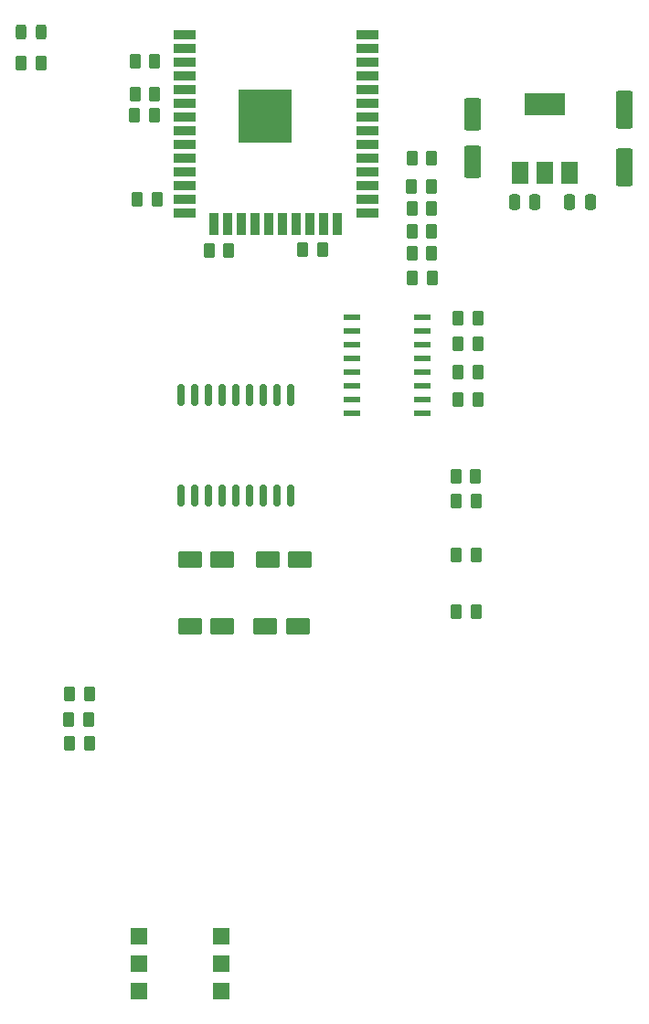
<source format=gbr>
%TF.GenerationSoftware,KiCad,Pcbnew,6.99.0-unknown-f8b157a1fb~149~ubuntu22.04.1*%
%TF.CreationDate,2022-08-25T07:22:00+02:00*%
%TF.ProjectId,in_out,696e5f6f-7574-42e6-9b69-6361645f7063,rev?*%
%TF.SameCoordinates,Original*%
%TF.FileFunction,Paste,Top*%
%TF.FilePolarity,Positive*%
%FSLAX46Y46*%
G04 Gerber Fmt 4.6, Leading zero omitted, Abs format (unit mm)*
G04 Created by KiCad (PCBNEW 6.99.0-unknown-f8b157a1fb~149~ubuntu22.04.1) date 2022-08-25 07:22:00*
%MOMM*%
%LPD*%
G01*
G04 APERTURE LIST*
G04 Aperture macros list*
%AMRoundRect*
0 Rectangle with rounded corners*
0 $1 Rounding radius*
0 $2 $3 $4 $5 $6 $7 $8 $9 X,Y pos of 4 corners*
0 Add a 4 corners polygon primitive as box body*
4,1,4,$2,$3,$4,$5,$6,$7,$8,$9,$2,$3,0*
0 Add four circle primitives for the rounded corners*
1,1,$1+$1,$2,$3*
1,1,$1+$1,$4,$5*
1,1,$1+$1,$6,$7*
1,1,$1+$1,$8,$9*
0 Add four rect primitives between the rounded corners*
20,1,$1+$1,$2,$3,$4,$5,0*
20,1,$1+$1,$4,$5,$6,$7,0*
20,1,$1+$1,$6,$7,$8,$9,0*
20,1,$1+$1,$8,$9,$2,$3,0*%
G04 Aperture macros list end*
%ADD10RoundRect,0.250000X-0.262500X-0.450000X0.262500X-0.450000X0.262500X0.450000X-0.262500X0.450000X0*%
%ADD11RoundRect,0.250000X0.850000X0.550000X-0.850000X0.550000X-0.850000X-0.550000X0.850000X-0.550000X0*%
%ADD12RoundRect,0.250000X0.250000X0.475000X-0.250000X0.475000X-0.250000X-0.475000X0.250000X-0.475000X0*%
%ADD13R,1.500000X2.000000*%
%ADD14R,3.800000X2.000000*%
%ADD15RoundRect,0.243750X-0.243750X-0.456250X0.243750X-0.456250X0.243750X0.456250X-0.243750X0.456250X0*%
%ADD16RoundRect,0.250000X0.262500X0.450000X-0.262500X0.450000X-0.262500X-0.450000X0.262500X-0.450000X0*%
%ADD17RoundRect,0.150000X-0.150000X0.875000X-0.150000X-0.875000X0.150000X-0.875000X0.150000X0.875000X0*%
%ADD18RoundRect,0.250000X0.550000X-1.500000X0.550000X1.500000X-0.550000X1.500000X-0.550000X-1.500000X0*%
%ADD19RoundRect,0.250000X-0.550000X1.250000X-0.550000X-1.250000X0.550000X-1.250000X0.550000X1.250000X0*%
%ADD20R,1.600000X1.600000*%
%ADD21RoundRect,0.250000X-0.250000X-0.475000X0.250000X-0.475000X0.250000X0.475000X-0.250000X0.475000X0*%
%ADD22RoundRect,0.137500X0.662500X0.137500X-0.662500X0.137500X-0.662500X-0.137500X0.662500X-0.137500X0*%
%ADD23R,2.000000X0.900000*%
%ADD24R,0.900000X2.000000*%
%ADD25R,5.000000X5.000000*%
G04 APERTURE END LIST*
D10*
%TO.C,R13*%
X131675000Y-58900000D03*
X133500000Y-58900000D03*
%TD*%
D11*
%TO.C,C2*%
X114100000Y-97600000D03*
X111100000Y-97600000D03*
%TD*%
D12*
%TO.C,C6*%
X143063000Y-58293000D03*
X141163000Y-58293000D03*
%TD*%
D13*
%TO.C,U5*%
X141699999Y-55549999D03*
X143999999Y-55549999D03*
D14*
X143999999Y-49249999D03*
D13*
X146299999Y-55549999D03*
%TD*%
D15*
%TO.C,D1*%
X95475000Y-42500000D03*
X97350000Y-42500000D03*
%TD*%
D16*
%TO.C,R15*%
X114712500Y-62800000D03*
X112887500Y-62800000D03*
%TD*%
D11*
%TO.C,C3*%
X121300000Y-91400000D03*
X118300000Y-91400000D03*
%TD*%
D10*
%TO.C,R11*%
X106237500Y-58050000D03*
X108062500Y-58050000D03*
%TD*%
%TO.C,R20*%
X95475000Y-45450000D03*
X97300000Y-45450000D03*
%TD*%
%TO.C,R24*%
X135975000Y-71400000D03*
X137800000Y-71400000D03*
%TD*%
D17*
%TO.C,U7*%
X120480000Y-76150000D03*
X119210000Y-76150000D03*
X117940000Y-76150000D03*
X116670000Y-76150000D03*
X115400000Y-76150000D03*
X114130000Y-76150000D03*
X112860000Y-76150000D03*
X111590000Y-76150000D03*
X110320000Y-76150000D03*
X110320000Y-85450000D03*
X111590000Y-85450000D03*
X112860000Y-85450000D03*
X114130000Y-85450000D03*
X115400000Y-85450000D03*
X116670000Y-85450000D03*
X117940000Y-85450000D03*
X119210000Y-85450000D03*
X120480000Y-85450000D03*
%TD*%
D16*
%TO.C,R7*%
X101712500Y-106200000D03*
X99887500Y-106200000D03*
%TD*%
D10*
%TO.C,R27*%
X135775000Y-91000000D03*
X137600000Y-91000000D03*
%TD*%
D11*
%TO.C,C1*%
X121100000Y-97600000D03*
X118100000Y-97600000D03*
%TD*%
D16*
%TO.C,R8*%
X101825000Y-103850000D03*
X100000000Y-103850000D03*
%TD*%
D18*
%TO.C,C9*%
X151400000Y-55100000D03*
X151400000Y-49700000D03*
%TD*%
D10*
%TO.C,R28*%
X135775000Y-86000000D03*
X137600000Y-86000000D03*
%TD*%
%TO.C,R19*%
X106037500Y-45275000D03*
X107862500Y-45275000D03*
%TD*%
D16*
%TO.C,R17*%
X133487500Y-56825000D03*
X131662500Y-56825000D03*
%TD*%
%TO.C,R18*%
X133500000Y-63000000D03*
X131675000Y-63000000D03*
%TD*%
D19*
%TO.C,C5*%
X137287000Y-50124000D03*
X137287000Y-54524000D03*
%TD*%
D10*
%TO.C,R14*%
X131700000Y-54250000D03*
X133525000Y-54250000D03*
%TD*%
D16*
%TO.C,R30*%
X107850000Y-48275000D03*
X106025000Y-48275000D03*
%TD*%
D20*
%TO.C,U1*%
X106389999Y-126259999D03*
X106389999Y-128799999D03*
X106389999Y-131339999D03*
X114009999Y-131339999D03*
X114009999Y-128799999D03*
X114009999Y-126259999D03*
%TD*%
D21*
%TO.C,C7*%
X146309000Y-58293000D03*
X148209000Y-58293000D03*
%TD*%
D10*
%TO.C,R23*%
X135975000Y-74000000D03*
X137800000Y-74000000D03*
%TD*%
D22*
%TO.C,U6*%
X132650000Y-77845000D03*
X132650000Y-76575000D03*
X132650000Y-75305000D03*
X132650000Y-74035000D03*
X132650000Y-72765000D03*
X132650000Y-71495000D03*
X132650000Y-70225000D03*
X132650000Y-68955000D03*
X126150000Y-68955000D03*
X126150000Y-70225000D03*
X126150000Y-71495000D03*
X126150000Y-72765000D03*
X126150000Y-74035000D03*
X126150000Y-75305000D03*
X126150000Y-76575000D03*
X126150000Y-77845000D03*
%TD*%
D10*
%TO.C,R22*%
X131712500Y-65300000D03*
X133537500Y-65300000D03*
%TD*%
%TO.C,R26*%
X135775000Y-96200000D03*
X137600000Y-96200000D03*
%TD*%
%TO.C,R21*%
X135975000Y-76600000D03*
X137800000Y-76600000D03*
%TD*%
D16*
%TO.C,R6*%
X107837500Y-50250000D03*
X106012500Y-50250000D03*
%TD*%
D10*
%TO.C,R29*%
X135737500Y-83700000D03*
X137562500Y-83700000D03*
%TD*%
%TO.C,R12*%
X131700000Y-61000000D03*
X133525000Y-61000000D03*
%TD*%
%TO.C,R25*%
X135975000Y-69000000D03*
X137800000Y-69000000D03*
%TD*%
D11*
%TO.C,C4*%
X114100000Y-91400000D03*
X111100000Y-91400000D03*
%TD*%
D23*
%TO.C,U4*%
X110599999Y-42819999D03*
X110599999Y-44089999D03*
X110599999Y-45359999D03*
X110599999Y-46629999D03*
X110599999Y-47899999D03*
X110599999Y-49169999D03*
X110599999Y-50439999D03*
X110599999Y-51709999D03*
X110599999Y-52979999D03*
X110599999Y-54249999D03*
X110599999Y-55519999D03*
X110599999Y-56789999D03*
X110599999Y-58059999D03*
X110599999Y-59329999D03*
D24*
X113384999Y-60329999D03*
X114654999Y-60329999D03*
X115924999Y-60329999D03*
X117194999Y-60329999D03*
X118464999Y-60329999D03*
X119734999Y-60329999D03*
X121004999Y-60329999D03*
X122274999Y-60329999D03*
X123544999Y-60329999D03*
X124814999Y-60329999D03*
D23*
X127599999Y-59329999D03*
X127599999Y-58059999D03*
X127599999Y-56789999D03*
X127599999Y-55519999D03*
X127599999Y-54249999D03*
X127599999Y-52979999D03*
X127599999Y-51709999D03*
X127599999Y-50439999D03*
X127599999Y-49169999D03*
X127599999Y-47899999D03*
X127599999Y-46629999D03*
X127599999Y-45359999D03*
X127599999Y-44089999D03*
X127599999Y-42819999D03*
D25*
X118099999Y-50319999D03*
%TD*%
D16*
%TO.C,R4*%
X101800000Y-108400000D03*
X99975000Y-108400000D03*
%TD*%
D10*
%TO.C,R16*%
X121587500Y-62700000D03*
X123412500Y-62700000D03*
%TD*%
M02*

</source>
